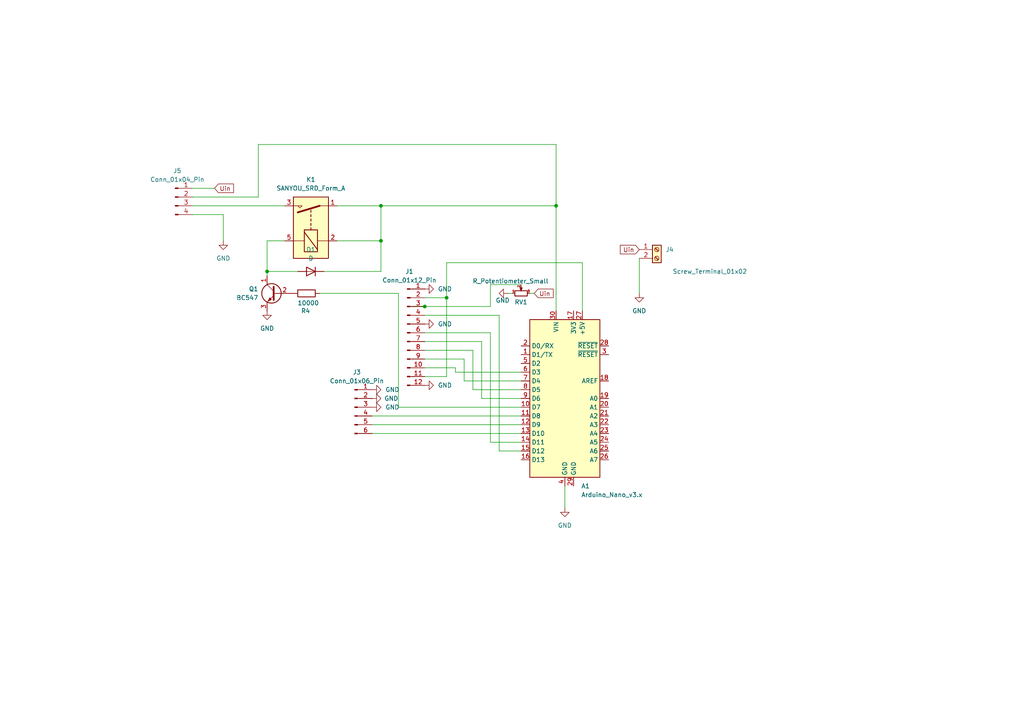
<source format=kicad_sch>
(kicad_sch (version 20231120) (generator "eeschema") (generator_version "8.0")
  (paper "A4")
  (title_block (title "Wasseruhr") (date "2024-10-23") (rev "1"))
  (lib_symbols
    (symbol "Connector:Conn_01x04_Pin" (pin_names (offset 1.016) hide)
      (property "Reference" "J" (at 0 5.08 0))
      (property "Value" "Conn_01x04_Pin" (at 0 -7.62 0))
      (symbol "Conn_01x04_Pin_1_1"
        (polyline (pts (xy 1.27 -5.08) (xy 0.8636 -5.08)) (stroke (width 0.1524)))
        (polyline (pts (xy 1.27 -2.54) (xy 0.8636 -2.54)) (stroke (width 0.1524)))
        (polyline (pts (xy 1.27 0) (xy 0.8636 0)) (stroke (width 0.1524)))
        (polyline (pts (xy 1.27 2.54) (xy 0.8636 2.54)) (stroke (width 0.1524)))
        (rectangle (start 0.8636 -4.953) (end 0 -5.207) (stroke (width 0.1524)) (fill (type outline)))
        (rectangle (start 0.8636 -2.413) (end 0 -2.667) (stroke (width 0.1524)) (fill (type outline)))
        (rectangle (start 0.8636 0.127) (end 0 -0.127) (stroke (width 0.1524)) (fill (type outline)))
        (rectangle (start 0.8636 2.667) (end 0 2.413) (stroke (width 0.1524)) (fill (type outline)))
        (pin passive line (at 5.08 2.54 180) (length 3.81) (name "Pin_1") (number "1"))
        (pin passive line (at 5.08 0 180) (length 3.81) (name "Pin_2") (number "2"))
        (pin passive line (at 5.08 -2.54 180) (length 3.81) (name "Pin_3") (number "3"))
        (pin passive line (at 5.08 -5.08 180) (length 3.81) (name "Pin_4") (number "4"))
      )
    )
    (symbol "Connector:Conn_01x06_Pin" (pin_names (offset 1.016) hide)
      (property "Reference" "J" (at 0 7.62 0))
      (property "Value" "Conn_01x06_Pin" (at 0 -10.16 0))
      (symbol "Conn_01x06_Pin_1_1"
        (polyline (pts (xy 1.27 -7.62) (xy 0.8636 -7.62)) (stroke (width 0.1524)))
        (polyline (pts (xy 1.27 -5.08) (xy 0.8636 -5.08)) (stroke (width 0.1524)))
        (polyline (pts (xy 1.27 -2.54) (xy 0.8636 -2.54)) (stroke (width 0.1524)))
        (polyline (pts (xy 1.27 0) (xy 0.8636 0)) (stroke (width 0.1524)))
        (polyline (pts (xy 1.27 2.54) (xy 0.8636 2.54)) (stroke (width 0.1524)))
        (polyline (pts (xy 1.27 5.08) (xy 0.8636 5.08)) (stroke (width 0.1524)))
        (rectangle (start 0.8636 -7.493) (end 0 -7.747) (stroke (width 0.1524)) (fill (type outline)))
        (rectangle (start 0.8636 -4.953) (end 0 -5.207) (stroke (width 0.1524)) (fill (type outline)))
        (rectangle (start 0.8636 -2.413) (end 0 -2.667) (stroke (width 0.1524)) (fill (type outline)))
        (rectangle (start 0.8636 0.127) (end 0 -0.127) (stroke (width 0.1524)) (fill (type outline)))
        (rectangle (start 0.8636 2.667) (end 0 2.413) (stroke (width 0.1524)) (fill (type outline)))
        (rectangle (start 0.8636 5.207) (end 0 4.953) (stroke (width 0.1524)) (fill (type outline)))
        (pin passive line (at 5.08 5.08 180) (length 3.81) (name "Pin_1") (number "1"))
        (pin passive line (at 5.08 2.54 180) (length 3.81) (name "Pin_2") (number "2"))
        (pin passive line (at 5.08 0 180) (length 3.81) (name "Pin_3") (number "3"))
        (pin passive line (at 5.08 -2.54 180) (length 3.81) (name "Pin_4") (number "4"))
        (pin passive line (at 5.08 -5.08 180) (length 3.81) (name "Pin_5") (number "5"))
        (pin passive line (at 5.08 -7.62 180) (length 3.81) (name "Pin_6") (number "6"))
      )
    )
    (symbol "Connector:Conn_01x12_Pin" (pin_names (offset 1.016) hide)
      (property "Reference" "J" (at 0 15.24 0))
      (property "Value" "Conn_01x12_Pin" (at 0 -17.78 0))
      (symbol "Conn_01x12_Pin_1_1"
        (polyline (pts (xy 1.27 -15.24) (xy 0.8636 -15.24)) (stroke (width 0.1524)))
        (polyline (pts (xy 1.27 -12.7) (xy 0.8636 -12.7)) (stroke (width 0.1524)))
        (polyline (pts (xy 1.27 -10.16) (xy 0.8636 -10.16)) (stroke (width 0.1524)))
        (polyline (pts (xy 1.27 -7.62) (xy 0.8636 -7.62)) (stroke (width 0.1524)))
        (polyline (pts (xy 1.27 -5.08) (xy 0.8636 -5.08)) (stroke (width 0.1524)))
        (polyline (pts (xy 1.27 -2.54) (xy 0.8636 -2.54)) (stroke (width 0.1524)))
        (polyline (pts (xy 1.27 0) (xy 0.8636 0)) (stroke (width 0.1524)))
        (polyline (pts (xy 1.27 2.54) (xy 0.8636 2.54)) (stroke (width 0.1524)))
        (polyline (pts (xy 1.27 5.08) (xy 0.8636 5.08)) (stroke (width 0.1524)))
        (polyline (pts (xy 1.27 7.62) (xy 0.8636 7.62)) (stroke (width 0.1524)))
        (polyline (pts (xy 1.27 10.16) (xy 0.8636 10.16)) (stroke (width 0.1524)))
        (polyline (pts (xy 1.27 12.7) (xy 0.8636 12.7)) (stroke (width 0.1524)))
        (rectangle (start 0.8636 -15.113) (end 0 -15.367) (stroke (width 0.1524)) (fill (type outline)))
        (rectangle (start 0.8636 -12.573) (end 0 -12.827) (stroke (width 0.1524)) (fill (type outline)))
        (rectangle (start 0.8636 -10.033) (end 0 -10.287) (stroke (width 0.1524)) (fill (type outline)))
        (rectangle (start 0.8636 -7.493) (end 0 -7.747) (stroke (width 0.1524)) (fill (type outline)))
        (rectangle (start 0.8636 -4.953) (end 0 -5.207) (stroke (width 0.1524)) (fill (type outline)))
        (rectangle (start 0.8636 -2.413) (end 0 -2.667) (stroke (width 0.1524)) (fill (type outline)))
        (rectangle (start 0.8636 0.127) (end 0 -0.127) (stroke (width 0.1524)) (fill (type outline)))
        (rectangle (start 0.8636 2.667) (end 0 2.413) (stroke (width 0.1524)) (fill (type outline)))
        (rectangle (start 0.8636 5.207) (end 0 4.953) (stroke (width 0.1524)) (fill (type outline)))
        (rectangle (start 0.8636 7.747) (end 0 7.493) (stroke (width 0.1524)) (fill (type outline)))
        (rectangle (start 0.8636 10.287) (end 0 10.033) (stroke (width 0.1524)) (fill (type outline)))
        (rectangle (start 0.8636 12.827) (end 0 12.573) (stroke (width 0.1524)) (fill (type outline)))
        (pin passive line (at 5.08 12.7 180) (length 3.81) (name "Pin_1") (number "1"))
        (pin passive line (at 5.08 -10.16 180) (length 3.81) (name "Pin_10") (number "10"))
        (pin passive line (at 5.08 -12.7 180) (length 3.81) (name "Pin_11") (number "11"))
        (pin passive line (at 5.08 -15.24 180) (length 3.81) (name "Pin_12") (number "12"))
        (pin passive line (at 5.08 10.16 180) (length 3.81) (name "Pin_2") (number "2"))
        (pin passive line (at 5.08 7.62 180) (length 3.81) (name "Pin_3") (number "3"))
        (pin passive line (at 5.08 5.08 180) (length 3.81) (name "Pin_4") (number "4"))
        (pin passive line (at 5.08 2.54 180) (length 3.81) (name "Pin_5") (number "5"))
        (pin passive line (at 5.08 0 180) (length 3.81) (name "Pin_6") (number "6"))
        (pin passive line (at 5.08 -2.54 180) (length 3.81) (name "Pin_7") (number "7"))
        (pin passive line (at 5.08 -5.08 180) (length 3.81) (name "Pin_8") (number "8"))
        (pin passive line (at 5.08 -7.62 180) (length 3.81) (name "Pin_9") (number "9"))
      )
    )
    (symbol "Connector:Screw_Terminal_01x02" (pin_names (offset 1.016) hide)
      (property "Reference" "J" (at 0 2.54 0))
      (property "Value" "Screw_Terminal_01x02" (at 0 -5.08 0))
      (symbol "Screw_Terminal_01x02_1_1"
        (rectangle (start -1.27 1.27) (end 1.27 -3.81) (stroke (width 0.254)) (fill (type background)))
        (circle (center 0 -2.54) (radius 0.635) (stroke (width 0.1524)))
        (polyline (pts (xy -0.5334 -2.2098) (xy 0.3302 -3.048)) (stroke (width 0.1524)))
        (polyline (pts (xy -0.5334 0.3302) (xy 0.3302 -0.508)) (stroke (width 0.1524)))
        (polyline (pts (xy -0.3556 -2.032) (xy 0.508 -2.8702)) (stroke (width 0.1524)))
        (polyline (pts (xy -0.3556 0.508) (xy 0.508 -0.3302)) (stroke (width 0.1524)))
        (circle (center 0 0) (radius 0.635) (stroke (width 0.1524)))
        (pin passive line (at -5.08 0 0) (length 3.81) (name "Pin_1") (number "1"))
        (pin passive line (at -5.08 -2.54 0) (length 3.81) (name "Pin_2") (number "2"))
      )
    )
    (symbol "Device:D" (pin_numbers hide) (pin_names (offset 1.016) hide)
      (property "Reference" "D" (at 0 2.54 0))
      (property "Value" "D" (at 0 -2.54 0))
      (symbol "D_0_1"
        (polyline (pts (xy -1.27 1.27) (xy -1.27 -1.27)) (stroke (width 0.254)))
        (polyline (pts (xy 1.27 0) (xy -1.27 0)))
        (polyline (pts (xy 1.27 1.27) (xy 1.27 -1.27) (xy -1.27 0) (xy 1.27 1.27)) (stroke (width 0.254)))
      )
      (symbol "D_1_1"
        (pin passive line (at -3.81 0 0) (length 2.54) (name "K") (number "1"))
        (pin passive line (at 3.81 0 180) (length 2.54) (name "A") (number "2"))
      )
    )
    (symbol "Device:R" (pin_numbers hide) (pin_names (offset 0))
      (property "Reference" "R" (at 2.032 0 90))
      (property "Value" "R" (at 0 0 90))
      (symbol "R_0_1"
        (rectangle (start -1.016 -2.54) (end 1.016 2.54) (stroke (width 0.254)))
      )
      (symbol "R_1_1"
        (pin passive line (at 0 3.81 270) (length 1.27) (name "~") (number "1"))
        (pin passive line (at 0 -3.81 90) (length 1.27) (name "~") (number "2"))
      )
    )
    (symbol "Device:R_Potentiometer_Small" (pin_names (offset 1.016) hide)
      (property "Reference" "RV" (at -4.445 0 90))
      (property "Value" "R_Potentiometer_Small" (at -2.54 0 90))
      (symbol "R_Potentiometer_Small_0_1"
        (polyline (pts (xy 0.889 0) (xy 0.635 0) (xy 1.651 0.381) (xy 1.651 -0.381) (xy 0.635 0) (xy 0.889 0)) (fill (type outline)))
        (rectangle (start 0.762 1.8034) (end -0.762 -1.8034) (stroke (width 0.254)))
      )
      (symbol "R_Potentiometer_Small_1_1"
        (pin passive line (at 0 2.54 270) (length 0.635) (name "1") (number "1"))
        (pin passive line (at 2.54 0 180) (length 0.9906) (name "2") (number "2"))
        (pin passive line (at 0 -2.54 90) (length 0.635) (name "3") (number "3"))
      )
    )
    (symbol "MCU_Module:Arduino_Nano_v3.x"
      (property "Reference" "A" (at -10.16 23.495 0))
      (property "Value" "Arduino_Nano_v3.x" (at 5.08 -24.13 0))
      (symbol "Arduino_Nano_v3.x_0_1"
        (rectangle (start -10.16 22.86) (end 10.16 -22.86) (stroke (width 0.254)) (fill (type background)))
      )
      (symbol "Arduino_Nano_v3.x_1_1"
        (pin bidirectional line (at -12.7 12.7 0) (length 2.54) (name "D1/TX") (number "1"))
        (pin bidirectional line (at -12.7 -2.54 0) (length 2.54) (name "D7") (number "10"))
        (pin bidirectional line (at -12.7 -5.08 0) (length 2.54) (name "D8") (number "11"))
        (pin bidirectional line (at -12.7 -7.62 0) (length 2.54) (name "D9") (number "12"))
        (pin bidirectional line (at -12.7 -10.16 0) (length 2.54) (name "D10") (number "13"))
        (pin bidirectional line (at -12.7 -12.7 0) (length 2.54) (name "D11") (number "14"))
        (pin bidirectional line (at -12.7 -15.24 0) (length 2.54) (name "D12") (number "15"))
        (pin bidirectional line (at -12.7 -17.78 0) (length 2.54) (name "D13") (number "16"))
        (pin power_out line (at 2.54 25.4 270) (length 2.54) (name "3V3") (number "17"))
        (pin input line (at 12.7 5.08 180) (length 2.54) (name "AREF") (number "18"))
        (pin bidirectional line (at 12.7 0 180) (length 2.54) (name "A0") (number "19"))
        (pin bidirectional line (at -12.7 15.24 0) (length 2.54) (name "D0/RX") (number "2"))
        (pin bidirectional line (at 12.7 -2.54 180) (length 2.54) (name "A1") (number "20"))
        (pin bidirectional line (at 12.7 -5.08 180) (length 2.54) (name "A2") (number "21"))
        (pin bidirectional line (at 12.7 -7.62 180) (length 2.54) (name "A3") (number "22"))
        (pin bidirectional line (at 12.7 -10.16 180) (length 2.54) (name "A4") (number "23"))
        (pin bidirectional line (at 12.7 -12.7 180) (length 2.54) (name "A5") (number "24"))
        (pin bidirectional line (at 12.7 -15.24 180) (length 2.54) (name "A6") (number "25"))
        (pin bidirectional line (at 12.7 -17.78 180) (length 2.54) (name "A7") (number "26"))
        (pin power_out line (at 5.08 25.4 270) (length 2.54) (name "+5V") (number "27"))
        (pin input line (at 12.7 15.24 180) (length 2.54) (name "~{RESET}") (number "28"))
        (pin power_in line (at 2.54 -25.4 90) (length 2.54) (name "GND") (number "29"))
        (pin input line (at 12.7 12.7 180) (length 2.54) (name "~{RESET}") (number "3"))
        (pin power_in line (at -2.54 25.4 270) (length 2.54) (name "VIN") (number "30"))
        (pin power_in line (at 0 -25.4 90) (length 2.54) (name "GND") (number "4"))
        (pin bidirectional line (at -12.7 10.16 0) (length 2.54) (name "D2") (number "5"))
        (pin bidirectional line (at -12.7 7.62 0) (length 2.54) (name "D3") (number "6"))
        (pin bidirectional line (at -12.7 5.08 0) (length 2.54) (name "D4") (number "7"))
        (pin bidirectional line (at -12.7 2.54 0) (length 2.54) (name "D5") (number "8"))
        (pin bidirectional line (at -12.7 0 0) (length 2.54) (name "D6") (number "9"))
      )
    )
    (symbol "Relay:SANYOU_SRD_Form_A"
      (property "Reference" "K" (at 8.89 3.81 0))
      (property "Value" "SANYOU_SRD_Form_A" (at 8.89 1.27 0))
      (symbol "SANYOU_SRD_Form_A_0_0"
        (polyline (pts (xy 5.08 5.08) (xy 5.08 2.54) (xy 4.445 3.175) (xy 5.08 3.81)))
      )
      (symbol "SANYOU_SRD_Form_A_0_1"
        (rectangle (start -10.16 5.08) (end 7.62 -5.08) (stroke (width 0.254)) (fill (type background)))
        (rectangle (start -8.255 1.905) (end -1.905 -1.905) (stroke (width 0.254)))
        (polyline (pts (xy -7.62 -1.905) (xy -2.54 1.905)) (stroke (width 0.254)))
        (polyline (pts (xy -5.08 -5.08) (xy -5.08 -1.905)))
        (polyline (pts (xy -5.08 5.08) (xy -5.08 1.905)))
        (polyline (pts (xy -1.905 0) (xy -1.27 0)) (stroke (width 0.254)))
        (polyline (pts (xy -0.635 0) (xy 0 0)) (stroke (width 0.254)))
        (polyline (pts (xy 0.635 0) (xy 1.27 0)) (stroke (width 0.254)))
        (polyline (pts (xy 1.905 0) (xy 2.54 0)) (stroke (width 0.254)))
        (polyline (pts (xy 3.175 0) (xy 3.81 0)) (stroke (width 0.254)))
        (polyline (pts (xy 5.08 -2.54) (xy 3.175 3.81)) (stroke (width 0.508)))
        (polyline (pts (xy 5.08 -2.54) (xy 5.08 -5.08)))
      )
      (symbol "SANYOU_SRD_Form_A_1_1"
        (pin passive line (at 5.08 -7.62 90) (length 2.54) (name "~") (number "1"))
        (pin passive line (at -5.08 -7.62 90) (length 2.54) (name "~") (number "2"))
        (pin passive line (at 5.08 7.62 270) (length 2.54) (name "~") (number "3"))
        (pin passive line (at -5.08 7.62 270) (length 2.54) (name "~") (number "5"))
      )
    )
    (symbol "Transistor_BJT:BC547" (pin_names (offset 0) hide)
      (property "Reference" "Q" (at 5.08 1.905 0))
      (property "Value" "BC547" (at 5.08 0 0))
      (symbol "BC547_0_1"
        (polyline (pts (xy 0 0) (xy 0.635 0)))
        (polyline (pts (xy 0.635 0.635) (xy 2.54 2.54)))
        (polyline (pts (xy 0.635 -0.635) (xy 2.54 -2.54) (xy 2.54 -2.54)))
        (polyline (pts (xy 0.635 1.905) (xy 0.635 -1.905) (xy 0.635 -1.905)) (stroke (width 0.508)))
        (polyline (pts (xy 1.27 -1.778) (xy 1.778 -1.27) (xy 2.286 -2.286) (xy 1.27 -1.778) (xy 1.27 -1.778)) (fill (type outline)))
        (circle (center 1.27 0) (radius 2.8194) (stroke (width 0.254)))
      )
      (symbol "BC547_1_1"
        (pin passive line (at 2.54 5.08 270) (length 2.54) (name "C") (number "1"))
        (pin input line (at -5.08 0 0) (length 5.08) (name "B") (number "2"))
        (pin passive line (at 2.54 -5.08 90) (length 2.54) (name "E") (number "3"))
      )
    )
    (symbol "power:GND" (power) (pin_numbers hide) (pin_names (offset 0) hide)
      (property "Value" "GND" (at 0 -3.81 0))
      (symbol "GND_0_1"
        (polyline (pts (xy 0 0) (xy 0 -1.27) (xy 1.27 -1.27) (xy 0 -2.54) (xy -1.27 -1.27) (xy 0 -1.27)))
      )
      (symbol "GND_1_1"
        (pin power_in line (at 0 0 270) (length 0) (name "~") (number "1"))
      )
    )
  )
  (junction (at 129.54 86.36))
  (junction (at 77.47 78.74))
  (junction (at 110.49 69.85))
  (junction (at 110.49 59.69))
  (junction (at 161.29 59.69))
  (junction (at 123.19 88.9))
  (wire (pts (xy 151.13 128.27) (xy 142.24 128.27)))
  (wire (pts (xy 142.24 128.27) (xy 142.24 96.52)))
  (wire (pts (xy 151.13 115.57) (xy 139.7 115.57)))
  (wire (pts (xy 55.88 59.69) (xy 82.55 59.69)))
  (wire (pts (xy 142.24 82.55) (xy 151.13 82.55)))
  (wire (pts (xy 119.38 88.9) (xy 123.19 88.9)))
  (wire (pts (xy 123.19 109.22) (xy 129.54 109.22)))
  (wire (pts (xy 123.19 91.44) (xy 144.78 91.44)))
  (wire (pts (xy 77.47 78.74) (xy 77.47 80.01)))
  (wire (pts (xy 123.19 96.52) (xy 142.24 96.52)))
  (wire (pts (xy 97.79 59.69) (xy 110.49 59.69)))
  (wire (pts (xy 55.88 54.61) (xy 62.23 54.61)))
  (wire (pts (xy 151.13 107.95) (xy 132.08 107.95)))
  (wire (pts (xy 82.55 69.85) (xy 77.47 69.85)))
  (wire (pts (xy 55.88 57.15) (xy 74.93 57.15)))
  (wire (pts (xy 107.95 120.65) (xy 151.13 120.65)))
  (wire (pts (xy 123.19 104.14) (xy 134.62 104.14)))
  (wire (pts (xy 107.95 125.73) (xy 151.13 125.73)))
  (wire (pts (xy 132.08 107.95) (xy 132.08 106.68)))
  (wire (pts (xy 151.13 110.49) (xy 134.62 110.49)))
  (wire (pts (xy 139.7 115.57) (xy 139.7 99.06)))
  (wire (pts (xy 115.57 85.09) (xy 115.57 118.11)))
  (wire (pts (xy 107.95 123.19) (xy 151.13 123.19)))
  (wire (pts (xy 168.91 90.17) (xy 168.91 76.2)))
  (wire (pts (xy 153.67 85.09) (xy 154.94 85.09)))
  (wire (pts (xy 77.47 69.85) (xy 77.47 78.74)))
  (wire (pts (xy 142.24 88.9) (xy 123.19 88.9)))
  (wire (pts (xy 129.54 76.2) (xy 129.54 86.36)))
  (wire (pts (xy 110.49 59.69) (xy 161.29 59.69)))
  (wire (pts (xy 144.78 91.44) (xy 144.78 130.81)))
  (wire (pts (xy 86.36 78.74) (xy 77.47 78.74)))
  (wire (pts (xy 123.19 106.68) (xy 132.08 106.68)))
  (wire (pts (xy 92.71 85.09) (xy 115.57 85.09)))
  (wire (pts (xy 168.91 76.2) (xy 129.54 76.2)))
  (wire (pts (xy 123.19 86.36) (xy 129.54 86.36)))
  (wire (pts (xy 163.83 140.97) (xy 163.83 147.32)))
  (wire (pts (xy 55.88 62.23) (xy 64.77 62.23)))
  (wire (pts (xy 110.49 69.85) (xy 110.49 78.74)))
  (wire (pts (xy 129.54 86.36) (xy 129.54 109.22)))
  (wire (pts (xy 123.19 99.06) (xy 139.7 99.06)))
  (wire (pts (xy 161.29 41.91) (xy 161.29 59.69)))
  (wire (pts (xy 64.77 62.23) (xy 64.77 69.85)))
  (wire (pts (xy 110.49 69.85) (xy 97.79 69.85)))
  (wire (pts (xy 110.49 59.69) (xy 110.49 69.85)))
  (wire (pts (xy 115.57 118.11) (xy 151.13 118.11)))
  (wire (pts (xy 142.24 82.55) (xy 142.24 88.9)))
  (wire (pts (xy 185.42 74.93) (xy 185.42 85.09)))
  (wire (pts (xy 151.13 130.81) (xy 144.78 130.81)))
  (wire (pts (xy 148.59 85.09) (xy 147.32 85.09)))
  (wire (pts (xy 134.62 110.49) (xy 134.62 104.14)))
  (wire (pts (xy 93.98 78.74) (xy 110.49 78.74)))
  (wire (pts (xy 74.93 41.91) (xy 161.29 41.91)))
  (wire (pts (xy 151.13 113.03) (xy 137.16 113.03)))
  (wire (pts (xy 123.19 101.6) (xy 137.16 101.6)))
  (wire (pts (xy 137.16 113.03) (xy 137.16 101.6)))
  (wire (pts (xy 74.93 57.15) (xy 74.93 41.91)))
  (wire (pts (xy 161.29 59.69) (xy 161.29 90.17)))
  (global_label "Uin" (shape input) (at 154.94 85.09 0) (property "Intersheetrefs" "${INTERSHEET_REFS}" (effects (hide yes))))
  (global_label "Uin" (shape input) (at 62.23 54.61 0) (property "Intersheetrefs" "${INTERSHEET_REFS}" (effects (hide yes))))
  (global_label "Uin" (shape input) (at 185.42 72.39 180) (property "Intersheetrefs" "${INTERSHEET_REFS}" (effects (hide yes))))
  (symbol (lib_id "MCU_Module:Arduino_Nano_v3.x") (at 163.83 115.57 0) (unit 1)
    (property "Reference" "A1" (at 168.5641 140.97 0) (effects (justify left)))
    (property "Value" "Arduino_Nano_v3.x" (at 168.5641 143.51 0) (effects (justify left)))
    (property "Footprint" "Module:Arduino_Nano" (effects (hide yes)))
    (property "Datasheet" "http://www.mouser.com/pdfdocs/Gravitech_Arduino_Nano3_0.pdf" (effects (hide yes)))
    (property "Description" "Arduino Nano v3.x" (effects (hide yes)))
  )
  (symbol (lib_id "power:GND") (at 123.19 93.98 90) (unit 1)
    (property "Reference" "#PWR010" (effects (hide yes)))
    (property "Value" "GND" (at 127 93.9799 90) (effects (justify right)))
    (property "Description" "Power symbol creates a global label with name \"GND\" , ground" (effects (hide yes)))
  )
  (symbol (lib_id "power:GND") (at 123.19 111.76 90) (unit 1)
    (property "Reference" "#PWR011" (effects (hide yes)))
    (property "Value" "GND" (at 127 111.7599 90) (effects (justify right)))
    (property "Description" "Power symbol creates a global label with name \"GND\" , ground" (effects (hide yes)))
  )
  (symbol (lib_id "Connector:Conn_01x12_Pin") (at 118.11 96.52 0) (unit 1)
    (property "Reference" "J1" (at 118.745 78.74 0))
    (property "Value" "Conn_01x12_Pin" (at 118.745 81.28 0))
    (property "Footprint" "Connector_Molex:Molex_MicroClasp_55932-1210_1x12_P2.00mm_Vertical" (effects (hide yes)))
    (property "Description" "Generic connector, single row, 01x12, script generated" (effects (hide yes)))
  )
  (symbol (lib_id "power:GND") (at 77.47 90.17 0) (unit 1)
    (property "Reference" "#PWR06" (effects (hide yes)))
    (property "Value" "GND" (at 77.47 95.25 0))
    (property "Description" "Power symbol creates a global label with name \"GND\" , ground" (effects (hide yes)))
  )
  (symbol (lib_id "power:GND") (at 107.95 118.11 90) (unit 1)
    (property "Reference" "#PWR014" (effects (hide yes)))
    (property "Value" "GND" (at 111.76 118.1099 90) (effects (justify right)))
    (property "Description" "Power symbol creates a global label with name \"GND\" , ground" (effects (hide yes)))
  )
  (symbol (lib_id "power:GND") (at 147.32 85.09 270) (unit 1)
    (property "Reference" "#PWR09" (effects (hide yes)))
    (property "Value" "GND" (at 147.828 87.122 90) (effects (justify right)))
    (property "Description" "Power symbol creates a global label with name \"GND\" , ground" (effects (hide yes)))
  )
  (symbol (lib_id "power:GND") (at 123.19 83.82 90) (unit 1)
    (property "Reference" "#PWR08" (effects (hide yes)))
    (property "Value" "GND" (at 127 83.8199 90) (effects (justify right)))
    (property "Description" "Power symbol creates a global label with name \"GND\" , ground" (effects (hide yes)))
  )
  (symbol (lib_id "Connector:Conn_01x06_Pin") (at 102.87 118.11 0) (unit 1)
    (property "Reference" "J3" (at 103.505 107.95 0))
    (property "Value" "Conn_01x06_Pin" (at 103.505 110.49 0))
    (property "Footprint" "Connector_Molex:Molex_MicroClasp_55932-0630_1x06_P2.00mm_Vertical" (effects (hide yes)))
    (property "Description" "Generic connector, single row, 01x06, script generated" (effects (hide yes)))
  )
  (symbol (lib_id "power:GND") (at 64.77 69.85 0) (unit 1)
    (property "Reference" "#PWR05" (effects (hide yes)))
    (property "Value" "GND" (at 64.77 74.93 0))
    (property "Description" "Power symbol creates a global label with name \"GND\" , ground" (effects (hide yes)))
  )
  (symbol (lib_id "power:GND") (at 107.95 113.03 90) (unit 1)
    (property "Reference" "#PWR012" (effects (hide yes)))
    (property "Value" "GND" (at 111.76 113.0299 90) (effects (justify right)))
    (property "Description" "Power symbol creates a global label with name \"GND\" , ground" (effects (hide yes)))
  )
  (symbol (lib_id "Connector:Conn_01x04_Pin") (at 50.8 57.15 0) (unit 1)
    (property "Reference" "J5" (at 51.435 49.53 0))
    (property "Value" "Conn_01x04_Pin" (at 51.435 52.07 0))
    (property "Footprint" "Connector_Molex:Molex_MicroClasp_55932-0430_1x04_P2.00mm_Vertical" (effects (hide yes)))
    (property "Description" "Generic connector, single row, 01x04, script generated" (effects (hide yes)))
  )
  (symbol (lib_id "power:GND") (at 107.95 115.57 90) (unit 1)
    (property "Reference" "#PWR013" (effects (hide yes)))
    (property "Value" "GND" (at 111.4427 115.5699 90) (effects (justify right)))
    (property "Description" "Power symbol creates a global label with name \"GND\" , ground" (effects (hide yes)))
  )
  (symbol (lib_id "Device:D") (at 90.17 78.74 180) (unit 1)
    (property "Reference" "D1" (at 90.17 72.39 0))
    (property "Value" "D" (at 90.17 74.93 0))
    (property "Footprint" "Diode_THT:D_DO-34_SOD68_P7.62mm_Horizontal" (effects (hide yes)))
    (property "Description" "Diode" (effects (hide yes)))
    (property "Sim.Device" "D" (effects (hide yes)))
    (property "Sim.Pins" "1=K 2=A" (effects (hide yes)))
  )
  (symbol (lib_id "Device:R") (at 88.9 85.09 90) (unit 1)
    (property "Reference" "R4" (at 88.646 90.17 90))
    (property "Value" "10000" (at 89.408 87.884 90))
    (property "Footprint" "Resistor_THT:R_Axial_DIN0207_L6.3mm_D2.5mm_P7.62mm_Horizontal" (effects (hide yes)))
    (property "Description" "Resistor" (effects (hide yes)))
  )
  (symbol (lib_id "Device:R_Potentiometer_Small") (at 151.13 85.09 90) (unit 1)
    (property "Reference" "RV1" (at 151.13 87.63 90))
    (property "Value" "R_Potentiometer_Small" (at 148.082 81.534 90))
    (property "Footprint" "Potentiometer_THT:Potentiometer_ACP_CA9-V10_Vertical" (effects (hide yes)))
    (property "Description" "Potentiometer" (effects (hide yes)))
  )
  (symbol (lib_id "power:GND") (at 185.42 85.09 0) (unit 1)
    (property "Reference" "#PWR04" (effects (hide yes)))
    (property "Value" "GND" (at 185.42 90.17 0))
    (property "Description" "Power symbol creates a global label with name \"GND\" , ground" (effects (hide yes)))
  )
  (symbol (lib_id "power:GND") (at 163.83 147.32 0) (unit 1)
    (property "Reference" "#PWR07" (effects (hide yes)))
    (property "Value" "GND" (at 163.83 152.4 0))
    (property "Description" "Power symbol creates a global label with name \"GND\" , ground" (effects (hide yes)))
  )
  (symbol (lib_id "Connector:Screw_Terminal_01x02") (at 190.5 72.39 0) (unit 1)
    (property "Reference" "J4" (at 193.04 72.3899 0) (effects (justify left)))
    (property "Value" "Screw_Terminal_01x02" (at 195.072 78.74 0) (effects (justify left)))
    (property "Footprint" "TerminalBlock:TerminalBlock_Altech_AK300-2_P5.00mm" (effects (hide yes)))
    (property "Description" "Generic screw terminal, single row, 01x02, script generated (kicad-library-utils/schlib/autogen/connector/)" (effects (hide yes)))
  )
  (symbol (lib_id "Relay:SANYOU_SRD_Form_A") (at 90.17 64.77 90) (unit 1)
    (property "Reference" "K1" (at 90.17 52.07 90))
    (property "Value" "SANYOU_SRD_Form_A" (at 90.17 54.61 90))
    (property "Footprint" "Relay_THT:Relay_SPST_SANYOU_SRD_Series_Form_A" (effects (hide yes)))
    (property "Datasheet" "http://www.sanyourelay.ca/public/products/pdf/SRD.pdf" (effects (hide yes)))
    (property "Description" "Sanyo SRD relay, Single Pole Miniature Power Relay, Closing Contact" (effects (hide yes)))
  )
  (symbol (lib_id "Transistor_BJT:BC547") (at 80.01 85.09 0) (mirror y) (unit 1)
    (property "Reference" "Q1" (at 74.93 83.8199 0) (effects (justify left)))
    (property "Value" "BC547" (at 74.93 86.3599 0) (effects (justify left)))
    (property "Footprint" "Package_TO_SOT_THT:TO-92_Inline" (effects (hide yes)))
    (property "Datasheet" "https://www.onsemi.com/pub/Collateral/BC550-D.pdf" (effects (hide yes)))
    (property "Description" "0.1A Ic, 45V Vce, Small Signal NPN Transistor, TO-92" (effects (hide yes)))
  )
)
</source>
